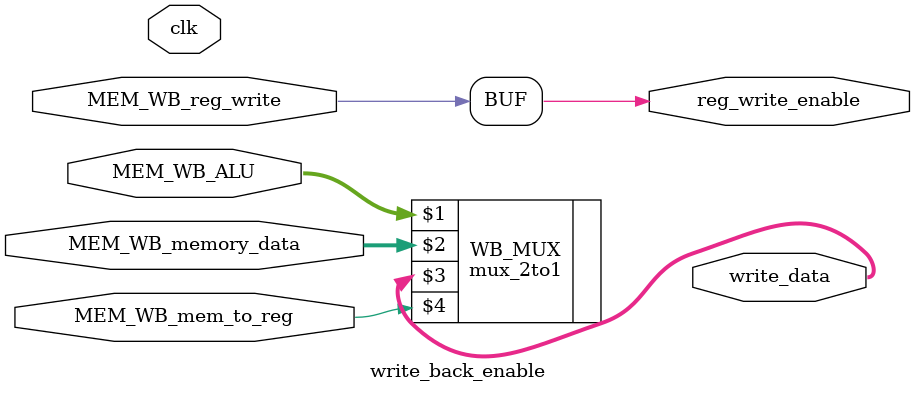
<source format=v>
`timescale 1ns / 1ps


module write_back_enable(
        input [31:0]MEM_WB_ALU,
        input [31:0]MEM_WB_memory_data,
        input MEM_WB_mem_to_reg,
        input MEM_WB_reg_write,
        input clk,
        output [31:0]write_data,
        output reg reg_write_enable
    );
    
    
    mux_2to1 WB_MUX(MEM_WB_ALU, MEM_WB_memory_data, write_data, MEM_WB_mem_to_reg);  
            always @(*)
            begin
                reg_write_enable <= MEM_WB_reg_write;
            end 
    
endmodule

</source>
